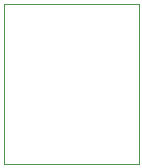
<source format=gm1>
G04*
G04 #@! TF.GenerationSoftware,Altium Limited,Altium Designer,24.1.2 (44)*
G04*
G04 Layer_Color=16711935*
%FSLAX25Y25*%
%MOIN*%
G70*
G04*
G04 #@! TF.SameCoordinates,65BFF3FE-7942-4149-9377-A7B4CFA7E9D2*
G04*
G04*
G04 #@! TF.FilePolarity,Positive*
G04*
G01*
G75*
%ADD26C,0.00100*%
D26*
X161500Y401575D02*
Y455000D01*
X116500D02*
X161500D01*
X116500Y401575D02*
Y455000D01*
Y401575D02*
X161500D01*
M02*

</source>
